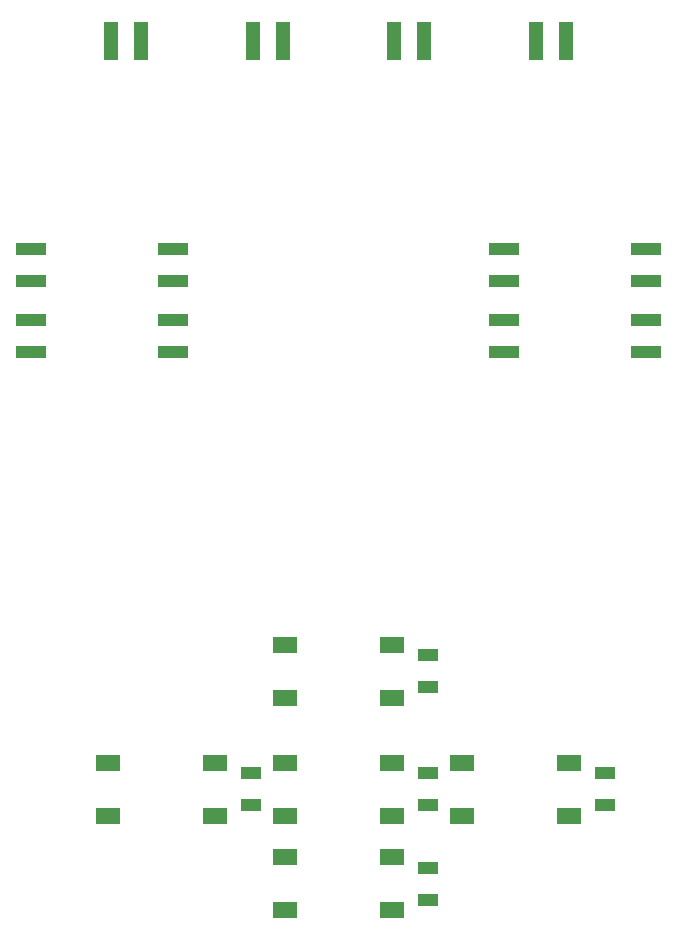
<source format=gtp>
G04*
G04 #@! TF.GenerationSoftware,Altium Limited,Altium Designer,20.1.8 (145)*
G04*
G04 Layer_Color=8421504*
%FSLAX25Y25*%
%MOIN*%
G70*
G04*
G04 #@! TF.SameCoordinates,8B47BC37-8199-49A1-8C2A-9A070CC082B9*
G04*
G04*
G04 #@! TF.FilePolarity,Positive*
G04*
G01*
G75*
%ADD14R,0.10236X0.04331*%
%ADD15R,0.06693X0.04331*%
%ADD16R,0.05000X0.12520*%
G04:AMPARAMS|DCode=17|XSize=82.68mil|YSize=54.33mil|CornerRadius=4.08mil|HoleSize=0mil|Usage=FLASHONLY|Rotation=0.000|XOffset=0mil|YOffset=0mil|HoleType=Round|Shape=RoundedRectangle|*
%AMROUNDEDRECTD17*
21,1,0.08268,0.04618,0,0,0.0*
21,1,0.07453,0.05433,0,0,0.0*
1,1,0.00815,0.03726,-0.02309*
1,1,0.00815,-0.03726,-0.02309*
1,1,0.00815,-0.03726,0.02309*
1,1,0.00815,0.03726,0.02309*
%
%ADD17ROUNDEDRECTD17*%
D14*
X123874Y427323D02*
D03*
Y416693D02*
D03*
X171118Y427323D02*
D03*
Y416693D02*
D03*
X328598Y427323D02*
D03*
Y416693D02*
D03*
X281354Y427323D02*
D03*
Y416693D02*
D03*
X123874Y440315D02*
D03*
Y450945D02*
D03*
X171118Y440315D02*
D03*
Y450945D02*
D03*
X328598Y440315D02*
D03*
Y450945D02*
D03*
X281354Y440315D02*
D03*
Y450945D02*
D03*
D15*
X255961Y304882D02*
D03*
Y315512D02*
D03*
X315016Y265512D02*
D03*
Y276142D02*
D03*
X255961Y265512D02*
D03*
Y276142D02*
D03*
X196906Y276142D02*
D03*
Y265512D02*
D03*
X255961Y244646D02*
D03*
Y234016D02*
D03*
D16*
X150366Y520189D02*
D03*
X160366D02*
D03*
X207610D02*
D03*
X197610D02*
D03*
X244854D02*
D03*
X254854D02*
D03*
X302098D02*
D03*
X292098D02*
D03*
D17*
X303205Y279646D02*
D03*
Y262008D02*
D03*
X267378Y279646D02*
D03*
Y262008D02*
D03*
X244150Y319016D02*
D03*
Y301378D02*
D03*
X208323Y319016D02*
D03*
Y301378D02*
D03*
X185095Y279646D02*
D03*
Y262008D02*
D03*
X149268Y279646D02*
D03*
Y262008D02*
D03*
X244150Y279646D02*
D03*
Y262008D02*
D03*
X208323Y279646D02*
D03*
Y262008D02*
D03*
X244150Y248150D02*
D03*
Y230512D02*
D03*
X208323Y248150D02*
D03*
Y230512D02*
D03*
M02*

</source>
